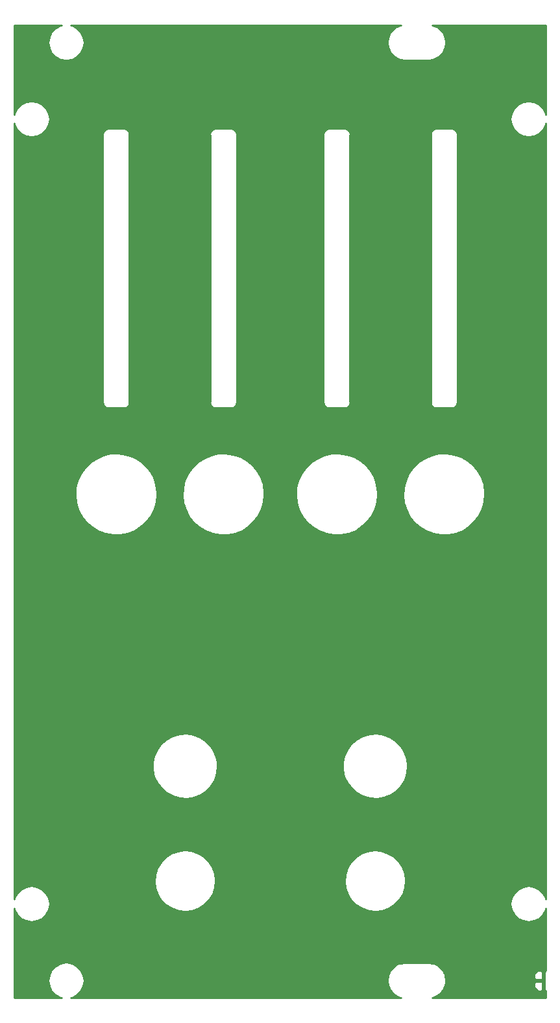
<source format=gbr>
G04 #@! TF.GenerationSoftware,KiCad,Pcbnew,(5.0.2-5-10.14)*
G04 #@! TF.CreationDate,2019-06-16T16:00:31-04:00*
G04 #@! TF.ProjectId,panel,70616e65-6c2e-46b6-9963-61645f706362,rev?*
G04 #@! TF.SameCoordinates,Original*
G04 #@! TF.FileFunction,Copper,L2,Bot*
G04 #@! TF.FilePolarity,Positive*
%FSLAX46Y46*%
G04 Gerber Fmt 4.6, Leading zero omitted, Abs format (unit mm)*
G04 Created by KiCad (PCBNEW (5.0.2-5-10.14)) date Sunday, June 16, 2019 at 04:00:31 PM*
%MOMM*%
%LPD*%
G01*
G04 APERTURE LIST*
G04 #@! TA.AperFunction,Conductor*
%ADD10C,0.254000*%
G04 #@! TD*
G04 APERTURE END LIST*
D10*
G04 #@! TO.N,GND*
G36*
X26022265Y-20510261D02*
X25365765Y-20844764D01*
X24844764Y-21365765D01*
X24510261Y-22022265D01*
X24394999Y-22750000D01*
X24510261Y-23477735D01*
X24844764Y-24134235D01*
X25365765Y-24655236D01*
X26022265Y-24989739D01*
X26750000Y-25105001D01*
X27477735Y-24989739D01*
X28134235Y-24655236D01*
X28655236Y-24134235D01*
X28989739Y-23477735D01*
X29105001Y-22750000D01*
X28989739Y-22022265D01*
X28655236Y-21365765D01*
X28134235Y-20844764D01*
X27477735Y-20510261D01*
X27318243Y-20485000D01*
X70470193Y-20485000D01*
X70360593Y-20502359D01*
X70141890Y-20573420D01*
X69695861Y-20800683D01*
X69509821Y-20935849D01*
X69155853Y-21289818D01*
X69155849Y-21289821D01*
X69077562Y-21397573D01*
X69020683Y-21475860D01*
X69020683Y-21475861D01*
X68793420Y-21921890D01*
X68722359Y-22140593D01*
X68644049Y-22635020D01*
X68644049Y-22864980D01*
X68722359Y-23359405D01*
X68722359Y-23359407D01*
X68793420Y-23578110D01*
X69020682Y-24024137D01*
X69020683Y-24024140D01*
X69077562Y-24102427D01*
X69155849Y-24210179D01*
X69155853Y-24210182D01*
X69509820Y-24564150D01*
X69509821Y-24564151D01*
X69695861Y-24699317D01*
X70141890Y-24926580D01*
X70360593Y-24997641D01*
X70840786Y-25073696D01*
X70897612Y-25085000D01*
X74042388Y-25085000D01*
X74099214Y-25073696D01*
X74579407Y-24997641D01*
X74798110Y-24926580D01*
X75244137Y-24699318D01*
X75244140Y-24699317D01*
X75330210Y-24636783D01*
X75430179Y-24564151D01*
X75430182Y-24564147D01*
X75784151Y-24210179D01*
X75919317Y-24024139D01*
X76146580Y-23578110D01*
X76217641Y-23359407D01*
X76217641Y-23359405D01*
X76295951Y-22864980D01*
X76295951Y-22635020D01*
X76217641Y-22140593D01*
X76146580Y-21921890D01*
X75919317Y-21475861D01*
X75784151Y-21289821D01*
X75784150Y-21289820D01*
X75430182Y-20935853D01*
X75430179Y-20935849D01*
X75322427Y-20857562D01*
X75244140Y-20800683D01*
X75244137Y-20800682D01*
X74798110Y-20573420D01*
X74579407Y-20502359D01*
X74469807Y-20485000D01*
X89315000Y-20485000D01*
X89315000Y-32181763D01*
X89289738Y-32022265D01*
X88955235Y-31365766D01*
X88434234Y-30844765D01*
X87777735Y-30510262D01*
X87050000Y-30395000D01*
X86322265Y-30510262D01*
X85665766Y-30844765D01*
X85144765Y-31365766D01*
X84810262Y-32022265D01*
X84695000Y-32750000D01*
X84810262Y-33477735D01*
X85144765Y-34134234D01*
X85665766Y-34655235D01*
X86322265Y-34989738D01*
X87050000Y-35105000D01*
X87777735Y-34989738D01*
X88434234Y-34655235D01*
X88955235Y-34134234D01*
X89289738Y-33477735D01*
X89315000Y-33318237D01*
X89315001Y-134681768D01*
X89289738Y-134522265D01*
X88955235Y-133865766D01*
X88434234Y-133344765D01*
X87777735Y-133010262D01*
X87050000Y-132895000D01*
X86322265Y-133010262D01*
X85665766Y-133344765D01*
X85144765Y-133865766D01*
X84810262Y-134522265D01*
X84695000Y-135250000D01*
X84810262Y-135977735D01*
X85144765Y-136634234D01*
X85665766Y-137155235D01*
X86322265Y-137489738D01*
X87050000Y-137605000D01*
X87777735Y-137489738D01*
X88434234Y-137155235D01*
X88955235Y-136634234D01*
X89289738Y-135977735D01*
X89315001Y-135818231D01*
X89315001Y-143980749D01*
X89172000Y-144123750D01*
X89172000Y-145173000D01*
X89192000Y-145173000D01*
X89192000Y-145427000D01*
X89172000Y-145427000D01*
X89172000Y-146476250D01*
X89315001Y-146619251D01*
X89315001Y-147515000D01*
X74469807Y-147515000D01*
X74579407Y-147497641D01*
X74798110Y-147426580D01*
X75244137Y-147199318D01*
X75244140Y-147199317D01*
X75330210Y-147136783D01*
X75430179Y-147064151D01*
X75430182Y-147064147D01*
X75784151Y-146710179D01*
X75919317Y-146524139D01*
X76146580Y-146078110D01*
X76217641Y-145859407D01*
X76217641Y-145859405D01*
X76260984Y-145585750D01*
X87835000Y-145585750D01*
X87835000Y-146126310D01*
X87931673Y-146359699D01*
X88110302Y-146538327D01*
X88343691Y-146635000D01*
X88759250Y-146635000D01*
X88918000Y-146476250D01*
X88918000Y-145427000D01*
X87993750Y-145427000D01*
X87835000Y-145585750D01*
X76260984Y-145585750D01*
X76295951Y-145364980D01*
X76295951Y-145135020D01*
X76217641Y-144640593D01*
X76163411Y-144473690D01*
X87835000Y-144473690D01*
X87835000Y-145014250D01*
X87993750Y-145173000D01*
X88918000Y-145173000D01*
X88918000Y-144123750D01*
X88759250Y-143965000D01*
X88343691Y-143965000D01*
X88110302Y-144061673D01*
X87931673Y-144240301D01*
X87835000Y-144473690D01*
X76163411Y-144473690D01*
X76146580Y-144421890D01*
X75919317Y-143975861D01*
X75784151Y-143789821D01*
X75784150Y-143789820D01*
X75430182Y-143435853D01*
X75430179Y-143435849D01*
X75322427Y-143357562D01*
X75244140Y-143300683D01*
X75244137Y-143300682D01*
X74798110Y-143073420D01*
X74579407Y-143002359D01*
X74099214Y-142926304D01*
X74042388Y-142915000D01*
X70897612Y-142915000D01*
X70840786Y-142926304D01*
X70360593Y-143002359D01*
X70141890Y-143073420D01*
X69695861Y-143300683D01*
X69509821Y-143435849D01*
X69155853Y-143789818D01*
X69155849Y-143789821D01*
X69077562Y-143897573D01*
X69020683Y-143975860D01*
X69020683Y-143975861D01*
X68793420Y-144421890D01*
X68722359Y-144640593D01*
X68644049Y-145135020D01*
X68644049Y-145364980D01*
X68722359Y-145859405D01*
X68722359Y-145859407D01*
X68793420Y-146078110D01*
X69020682Y-146524137D01*
X69020683Y-146524140D01*
X69060634Y-146579127D01*
X69155849Y-146710179D01*
X69155853Y-146710182D01*
X69509820Y-147064150D01*
X69509821Y-147064151D01*
X69695861Y-147199317D01*
X70141890Y-147426580D01*
X70360593Y-147497641D01*
X70470193Y-147515000D01*
X27318243Y-147515000D01*
X27477735Y-147489739D01*
X28134235Y-147155236D01*
X28655236Y-146634235D01*
X28989739Y-145977735D01*
X29105001Y-145250000D01*
X28989739Y-144522265D01*
X28655236Y-143865765D01*
X28134235Y-143344764D01*
X27477735Y-143010261D01*
X26750000Y-142894999D01*
X26022265Y-143010261D01*
X25365765Y-143344764D01*
X24844764Y-143865765D01*
X24510261Y-144522265D01*
X24394999Y-145250000D01*
X24510261Y-145977735D01*
X24844764Y-146634235D01*
X25365765Y-147155236D01*
X26022265Y-147489739D01*
X26181757Y-147515000D01*
X19985000Y-147515000D01*
X19985000Y-135818237D01*
X20010262Y-135977735D01*
X20344765Y-136634234D01*
X20865766Y-137155235D01*
X21522265Y-137489738D01*
X22250000Y-137605000D01*
X22977735Y-137489738D01*
X23634234Y-137155235D01*
X24155235Y-136634234D01*
X24489738Y-135977735D01*
X24605000Y-135250000D01*
X24489738Y-134522265D01*
X24155235Y-133865766D01*
X23634234Y-133344765D01*
X22977735Y-133010262D01*
X22250000Y-132895000D01*
X21522265Y-133010262D01*
X20865766Y-133344765D01*
X20344765Y-133865766D01*
X20010262Y-134522265D01*
X19985000Y-134681763D01*
X19985000Y-132305919D01*
X38245390Y-132305919D01*
X38357296Y-133191744D01*
X38662674Y-134030764D01*
X39146347Y-134781277D01*
X39784276Y-135405983D01*
X40544754Y-135873832D01*
X41389985Y-136161572D01*
X42277960Y-136254902D01*
X43164545Y-136149184D01*
X44005676Y-135849670D01*
X44759548Y-135371249D01*
X45388692Y-134737697D01*
X45861839Y-133980503D01*
X46155473Y-133137302D01*
X46248727Y-132305919D01*
X63045390Y-132305919D01*
X63157296Y-133191744D01*
X63462674Y-134030764D01*
X63946347Y-134781277D01*
X64584276Y-135405983D01*
X65344754Y-135873832D01*
X66189985Y-136161572D01*
X67077960Y-136254902D01*
X67964545Y-136149184D01*
X68805676Y-135849670D01*
X69559548Y-135371249D01*
X70188692Y-134737697D01*
X70661839Y-133980503D01*
X70955473Y-133137302D01*
X71055000Y-132250000D01*
X71053439Y-132138174D01*
X70929176Y-131253997D01*
X70612113Y-130419323D01*
X70118008Y-129675636D01*
X69471419Y-129059898D01*
X68704483Y-128602712D01*
X67855317Y-128326801D01*
X66966126Y-128245878D01*
X66081103Y-128363966D01*
X65244235Y-128675194D01*
X64497117Y-129164094D01*
X63876880Y-129806369D01*
X63414351Y-130570094D01*
X63132519Y-131417314D01*
X63045390Y-132305919D01*
X46248727Y-132305919D01*
X46255000Y-132250000D01*
X46253439Y-132138174D01*
X46129176Y-131253997D01*
X45812113Y-130419323D01*
X45318008Y-129675636D01*
X44671419Y-129059898D01*
X43904483Y-128602712D01*
X43055317Y-128326801D01*
X42166126Y-128245878D01*
X41281103Y-128363966D01*
X40444235Y-128675194D01*
X39697117Y-129164094D01*
X39076880Y-129806369D01*
X38614351Y-130570094D01*
X38332519Y-131417314D01*
X38245390Y-132305919D01*
X19985000Y-132305919D01*
X19985000Y-116805231D01*
X38018309Y-116805231D01*
X38021518Y-117724300D01*
X38222007Y-118621241D01*
X38610425Y-119454205D01*
X39168649Y-120184331D01*
X39870634Y-120777555D01*
X40683630Y-121206199D01*
X41569706Y-121450265D01*
X42487521Y-121498365D01*
X43394254Y-121348257D01*
X44247601Y-121006942D01*
X45007750Y-120490345D01*
X45639235Y-119822569D01*
X46112593Y-119034769D01*
X46405741Y-118163699D01*
X46505000Y-117250000D01*
X46504896Y-117220295D01*
X46456872Y-116805231D01*
X62818309Y-116805231D01*
X62821518Y-117724300D01*
X63022007Y-118621241D01*
X63410425Y-119454205D01*
X63968649Y-120184331D01*
X64670634Y-120777555D01*
X65483630Y-121206199D01*
X66369706Y-121450265D01*
X67287521Y-121498365D01*
X68194254Y-121348257D01*
X69047601Y-121006942D01*
X69807750Y-120490345D01*
X70439235Y-119822569D01*
X70912593Y-119034769D01*
X71205741Y-118163699D01*
X71305000Y-117250000D01*
X71304896Y-117220295D01*
X71199261Y-116307311D01*
X70900039Y-115438309D01*
X70421192Y-114653832D01*
X69785061Y-113990481D01*
X69021325Y-113479204D01*
X68165615Y-113143855D01*
X67257856Y-113000080D01*
X66340399Y-113054587D01*
X65456049Y-113304833D01*
X64646065Y-113739142D01*
X63948238Y-114337252D01*
X63395126Y-115071258D01*
X63012533Y-115906913D01*
X62818309Y-116805231D01*
X46456872Y-116805231D01*
X46399261Y-116307311D01*
X46100039Y-115438309D01*
X45621192Y-114653832D01*
X44985061Y-113990481D01*
X44221325Y-113479204D01*
X43365615Y-113143855D01*
X42457856Y-113000080D01*
X41540399Y-113054587D01*
X40656049Y-113304833D01*
X39846065Y-113739142D01*
X39148238Y-114337252D01*
X38595126Y-115071258D01*
X38212533Y-115906913D01*
X38018309Y-116805231D01*
X19985000Y-116805231D01*
X19985000Y-81890178D01*
X27896835Y-81890178D01*
X28012020Y-82863367D01*
X28302625Y-83799270D01*
X28758919Y-84666542D01*
X29365620Y-85436139D01*
X30102410Y-86082286D01*
X30944613Y-86583344D01*
X31864024Y-86922533D01*
X32829852Y-87088492D01*
X33809750Y-87075665D01*
X34770902Y-86884480D01*
X35681119Y-86521340D01*
X36509917Y-85998407D01*
X37229541Y-85333194D01*
X37815888Y-84547980D01*
X38249323Y-83669060D01*
X38515330Y-82725871D01*
X38592119Y-81890178D01*
X41896835Y-81890178D01*
X42012020Y-82863367D01*
X42302625Y-83799270D01*
X42758919Y-84666542D01*
X43365620Y-85436139D01*
X44102410Y-86082286D01*
X44944613Y-86583344D01*
X45864024Y-86922533D01*
X46829852Y-87088492D01*
X47809750Y-87075665D01*
X48770902Y-86884480D01*
X49681119Y-86521340D01*
X50509917Y-85998407D01*
X51229541Y-85333194D01*
X51815888Y-84547980D01*
X52249323Y-83669060D01*
X52515330Y-82725871D01*
X52592119Y-81890178D01*
X56696834Y-81890178D01*
X56812019Y-82863367D01*
X57102624Y-83799270D01*
X57558918Y-84666543D01*
X58165620Y-85436139D01*
X58902409Y-86082287D01*
X59744613Y-86583345D01*
X60664024Y-86922534D01*
X61629851Y-87088493D01*
X62609750Y-87075666D01*
X63570902Y-86884481D01*
X64481120Y-86521341D01*
X65309918Y-85998408D01*
X66029541Y-85333195D01*
X66615889Y-84547980D01*
X67049324Y-83669061D01*
X67315331Y-82725871D01*
X67392120Y-81890178D01*
X70696834Y-81890178D01*
X70812019Y-82863367D01*
X71102624Y-83799270D01*
X71558918Y-84666543D01*
X72165620Y-85436139D01*
X72902409Y-86082287D01*
X73744613Y-86583345D01*
X74664024Y-86922534D01*
X75629851Y-87088493D01*
X76609750Y-87075666D01*
X77570902Y-86884481D01*
X78481120Y-86521341D01*
X79309918Y-85998408D01*
X80029541Y-85333195D01*
X80615889Y-84547980D01*
X81049324Y-83669061D01*
X81315331Y-82725871D01*
X81405001Y-81750000D01*
X81397662Y-81469741D01*
X81257042Y-80499900D01*
X80942037Y-79571925D01*
X80463197Y-78716894D01*
X79836558Y-77963442D01*
X79083106Y-77336803D01*
X78228075Y-76857963D01*
X77300100Y-76542958D01*
X76330259Y-76402338D01*
X75351032Y-76440812D01*
X74395214Y-76657091D01*
X73494814Y-77043933D01*
X72679989Y-77588383D01*
X71978025Y-78272205D01*
X71412433Y-79072500D01*
X71002154Y-79962464D01*
X70760928Y-80912293D01*
X70696834Y-81890178D01*
X67392120Y-81890178D01*
X67405001Y-81750000D01*
X67397662Y-81469741D01*
X67257042Y-80499900D01*
X66942037Y-79571925D01*
X66463197Y-78716894D01*
X65836558Y-77963442D01*
X65083106Y-77336803D01*
X64228075Y-76857963D01*
X63300100Y-76542958D01*
X62330259Y-76402338D01*
X61351032Y-76440812D01*
X60395214Y-76657091D01*
X59494814Y-77043933D01*
X58679989Y-77588383D01*
X57978025Y-78272205D01*
X57412433Y-79072500D01*
X57002154Y-79962464D01*
X56760928Y-80912293D01*
X56696834Y-81890178D01*
X52592119Y-81890178D01*
X52605000Y-81750000D01*
X52597661Y-81469741D01*
X52457041Y-80499900D01*
X52142036Y-79571925D01*
X51663196Y-78716895D01*
X51036557Y-77963443D01*
X50283105Y-77336804D01*
X49428075Y-76857964D01*
X48500100Y-76542959D01*
X47530259Y-76402339D01*
X46551032Y-76440813D01*
X45595214Y-76657092D01*
X44694815Y-77043934D01*
X43879989Y-77588383D01*
X43178026Y-78272206D01*
X42612434Y-79072500D01*
X42202155Y-79962464D01*
X41960929Y-80912293D01*
X41896835Y-81890178D01*
X38592119Y-81890178D01*
X38605000Y-81750000D01*
X38597661Y-81469741D01*
X38457041Y-80499900D01*
X38142036Y-79571925D01*
X37663196Y-78716895D01*
X37036557Y-77963443D01*
X36283105Y-77336804D01*
X35428075Y-76857964D01*
X34500100Y-76542959D01*
X33530259Y-76402339D01*
X32551032Y-76440813D01*
X31595214Y-76657092D01*
X30694815Y-77043934D01*
X29879989Y-77588383D01*
X29178026Y-78272206D01*
X28612434Y-79072500D01*
X28202155Y-79962464D01*
X27960929Y-80912293D01*
X27896835Y-81890178D01*
X19985000Y-81890178D01*
X19985000Y-33318237D01*
X20010262Y-33477735D01*
X20344765Y-34134234D01*
X20865766Y-34655235D01*
X21522265Y-34989738D01*
X22250000Y-35105000D01*
X22977735Y-34989738D01*
X23448247Y-34750000D01*
X31500601Y-34750000D01*
X31515000Y-34822388D01*
X31515001Y-69677607D01*
X31500601Y-69750000D01*
X31557646Y-70036783D01*
X31720095Y-70279905D01*
X31963217Y-70442354D01*
X32177612Y-70485000D01*
X32250000Y-70499399D01*
X32322388Y-70485000D01*
X34177612Y-70485000D01*
X34250000Y-70499399D01*
X34322388Y-70485000D01*
X34536783Y-70442354D01*
X34779905Y-70279905D01*
X34942354Y-70036783D01*
X34999399Y-69750000D01*
X34985000Y-69677612D01*
X34985000Y-34822388D01*
X34999399Y-34750000D01*
X45500601Y-34750000D01*
X45515000Y-34822388D01*
X45515001Y-69677607D01*
X45500601Y-69750000D01*
X45557646Y-70036783D01*
X45720095Y-70279905D01*
X45963217Y-70442354D01*
X46177612Y-70485000D01*
X46250000Y-70499399D01*
X46322388Y-70485000D01*
X48177612Y-70485000D01*
X48250000Y-70499399D01*
X48322388Y-70485000D01*
X48536783Y-70442354D01*
X48779905Y-70279905D01*
X48942354Y-70036783D01*
X48999399Y-69750000D01*
X48985000Y-69677612D01*
X48985000Y-34822388D01*
X48999399Y-34750000D01*
X60300601Y-34750000D01*
X60315001Y-34822393D01*
X60315000Y-69677612D01*
X60300601Y-69750000D01*
X60357646Y-70036783D01*
X60520095Y-70279905D01*
X60763217Y-70442354D01*
X61050000Y-70499399D01*
X61122388Y-70485000D01*
X62977612Y-70485000D01*
X63050000Y-70499399D01*
X63122388Y-70485000D01*
X63336783Y-70442354D01*
X63579905Y-70279905D01*
X63742354Y-70036783D01*
X63799399Y-69750000D01*
X63785000Y-69677612D01*
X63785000Y-34822388D01*
X63799399Y-34750000D01*
X74300601Y-34750000D01*
X74315001Y-34822393D01*
X74315000Y-69677612D01*
X74300601Y-69750000D01*
X74357646Y-70036783D01*
X74520095Y-70279905D01*
X74763217Y-70442354D01*
X75050000Y-70499399D01*
X75122388Y-70485000D01*
X76977612Y-70485000D01*
X77050000Y-70499399D01*
X77122388Y-70485000D01*
X77336783Y-70442354D01*
X77579905Y-70279905D01*
X77742354Y-70036783D01*
X77799399Y-69750000D01*
X77785000Y-69677612D01*
X77785000Y-34822388D01*
X77799399Y-34750000D01*
X77742354Y-34463217D01*
X77579905Y-34220095D01*
X77336783Y-34057646D01*
X77122388Y-34015000D01*
X77050000Y-34000601D01*
X76977612Y-34015000D01*
X75122388Y-34015000D01*
X75050000Y-34000601D01*
X74977612Y-34015000D01*
X74763217Y-34057646D01*
X74520095Y-34220095D01*
X74357646Y-34463217D01*
X74300601Y-34750000D01*
X63799399Y-34750000D01*
X63742354Y-34463217D01*
X63579905Y-34220095D01*
X63336783Y-34057646D01*
X63122388Y-34015000D01*
X63050000Y-34000601D01*
X62977612Y-34015000D01*
X61122388Y-34015000D01*
X61050000Y-34000601D01*
X60977612Y-34015000D01*
X60763217Y-34057646D01*
X60520095Y-34220095D01*
X60357646Y-34463217D01*
X60300601Y-34750000D01*
X48999399Y-34750000D01*
X48942354Y-34463217D01*
X48779905Y-34220095D01*
X48536783Y-34057646D01*
X48322388Y-34015000D01*
X48250000Y-34000601D01*
X48177612Y-34015000D01*
X46322388Y-34015000D01*
X46250000Y-34000601D01*
X46177612Y-34015000D01*
X45963217Y-34057646D01*
X45720095Y-34220095D01*
X45557646Y-34463217D01*
X45500601Y-34750000D01*
X34999399Y-34750000D01*
X34942354Y-34463217D01*
X34779905Y-34220095D01*
X34536783Y-34057646D01*
X34322388Y-34015000D01*
X34250000Y-34000601D01*
X34177612Y-34015000D01*
X32322388Y-34015000D01*
X32250000Y-34000601D01*
X32177612Y-34015000D01*
X31963217Y-34057646D01*
X31720095Y-34220095D01*
X31557646Y-34463217D01*
X31500601Y-34750000D01*
X23448247Y-34750000D01*
X23634234Y-34655235D01*
X24155235Y-34134234D01*
X24489738Y-33477735D01*
X24605000Y-32750000D01*
X24489738Y-32022265D01*
X24155235Y-31365766D01*
X23634234Y-30844765D01*
X22977735Y-30510262D01*
X22250000Y-30395000D01*
X21522265Y-30510262D01*
X20865766Y-30844765D01*
X20344765Y-31365766D01*
X20010262Y-32022265D01*
X19985000Y-32181763D01*
X19985000Y-20485000D01*
X26181757Y-20485000D01*
X26022265Y-20510261D01*
X26022265Y-20510261D01*
G37*
X26022265Y-20510261D02*
X25365765Y-20844764D01*
X24844764Y-21365765D01*
X24510261Y-22022265D01*
X24394999Y-22750000D01*
X24510261Y-23477735D01*
X24844764Y-24134235D01*
X25365765Y-24655236D01*
X26022265Y-24989739D01*
X26750000Y-25105001D01*
X27477735Y-24989739D01*
X28134235Y-24655236D01*
X28655236Y-24134235D01*
X28989739Y-23477735D01*
X29105001Y-22750000D01*
X28989739Y-22022265D01*
X28655236Y-21365765D01*
X28134235Y-20844764D01*
X27477735Y-20510261D01*
X27318243Y-20485000D01*
X70470193Y-20485000D01*
X70360593Y-20502359D01*
X70141890Y-20573420D01*
X69695861Y-20800683D01*
X69509821Y-20935849D01*
X69155853Y-21289818D01*
X69155849Y-21289821D01*
X69077562Y-21397573D01*
X69020683Y-21475860D01*
X69020683Y-21475861D01*
X68793420Y-21921890D01*
X68722359Y-22140593D01*
X68644049Y-22635020D01*
X68644049Y-22864980D01*
X68722359Y-23359405D01*
X68722359Y-23359407D01*
X68793420Y-23578110D01*
X69020682Y-24024137D01*
X69020683Y-24024140D01*
X69077562Y-24102427D01*
X69155849Y-24210179D01*
X69155853Y-24210182D01*
X69509820Y-24564150D01*
X69509821Y-24564151D01*
X69695861Y-24699317D01*
X70141890Y-24926580D01*
X70360593Y-24997641D01*
X70840786Y-25073696D01*
X70897612Y-25085000D01*
X74042388Y-25085000D01*
X74099214Y-25073696D01*
X74579407Y-24997641D01*
X74798110Y-24926580D01*
X75244137Y-24699318D01*
X75244140Y-24699317D01*
X75330210Y-24636783D01*
X75430179Y-24564151D01*
X75430182Y-24564147D01*
X75784151Y-24210179D01*
X75919317Y-24024139D01*
X76146580Y-23578110D01*
X76217641Y-23359407D01*
X76217641Y-23359405D01*
X76295951Y-22864980D01*
X76295951Y-22635020D01*
X76217641Y-22140593D01*
X76146580Y-21921890D01*
X75919317Y-21475861D01*
X75784151Y-21289821D01*
X75784150Y-21289820D01*
X75430182Y-20935853D01*
X75430179Y-20935849D01*
X75322427Y-20857562D01*
X75244140Y-20800683D01*
X75244137Y-20800682D01*
X74798110Y-20573420D01*
X74579407Y-20502359D01*
X74469807Y-20485000D01*
X89315000Y-20485000D01*
X89315000Y-32181763D01*
X89289738Y-32022265D01*
X88955235Y-31365766D01*
X88434234Y-30844765D01*
X87777735Y-30510262D01*
X87050000Y-30395000D01*
X86322265Y-30510262D01*
X85665766Y-30844765D01*
X85144765Y-31365766D01*
X84810262Y-32022265D01*
X84695000Y-32750000D01*
X84810262Y-33477735D01*
X85144765Y-34134234D01*
X85665766Y-34655235D01*
X86322265Y-34989738D01*
X87050000Y-35105000D01*
X87777735Y-34989738D01*
X88434234Y-34655235D01*
X88955235Y-34134234D01*
X89289738Y-33477735D01*
X89315000Y-33318237D01*
X89315001Y-134681768D01*
X89289738Y-134522265D01*
X88955235Y-133865766D01*
X88434234Y-133344765D01*
X87777735Y-133010262D01*
X87050000Y-132895000D01*
X86322265Y-133010262D01*
X85665766Y-133344765D01*
X85144765Y-133865766D01*
X84810262Y-134522265D01*
X84695000Y-135250000D01*
X84810262Y-135977735D01*
X85144765Y-136634234D01*
X85665766Y-137155235D01*
X86322265Y-137489738D01*
X87050000Y-137605000D01*
X87777735Y-137489738D01*
X88434234Y-137155235D01*
X88955235Y-136634234D01*
X89289738Y-135977735D01*
X89315001Y-135818231D01*
X89315001Y-143980749D01*
X89172000Y-144123750D01*
X89172000Y-145173000D01*
X89192000Y-145173000D01*
X89192000Y-145427000D01*
X89172000Y-145427000D01*
X89172000Y-146476250D01*
X89315001Y-146619251D01*
X89315001Y-147515000D01*
X74469807Y-147515000D01*
X74579407Y-147497641D01*
X74798110Y-147426580D01*
X75244137Y-147199318D01*
X75244140Y-147199317D01*
X75330210Y-147136783D01*
X75430179Y-147064151D01*
X75430182Y-147064147D01*
X75784151Y-146710179D01*
X75919317Y-146524139D01*
X76146580Y-146078110D01*
X76217641Y-145859407D01*
X76217641Y-145859405D01*
X76260984Y-145585750D01*
X87835000Y-145585750D01*
X87835000Y-146126310D01*
X87931673Y-146359699D01*
X88110302Y-146538327D01*
X88343691Y-146635000D01*
X88759250Y-146635000D01*
X88918000Y-146476250D01*
X88918000Y-145427000D01*
X87993750Y-145427000D01*
X87835000Y-145585750D01*
X76260984Y-145585750D01*
X76295951Y-145364980D01*
X76295951Y-145135020D01*
X76217641Y-144640593D01*
X76163411Y-144473690D01*
X87835000Y-144473690D01*
X87835000Y-145014250D01*
X87993750Y-145173000D01*
X88918000Y-145173000D01*
X88918000Y-144123750D01*
X88759250Y-143965000D01*
X88343691Y-143965000D01*
X88110302Y-144061673D01*
X87931673Y-144240301D01*
X87835000Y-144473690D01*
X76163411Y-144473690D01*
X76146580Y-144421890D01*
X75919317Y-143975861D01*
X75784151Y-143789821D01*
X75784150Y-143789820D01*
X75430182Y-143435853D01*
X75430179Y-143435849D01*
X75322427Y-143357562D01*
X75244140Y-143300683D01*
X75244137Y-143300682D01*
X74798110Y-143073420D01*
X74579407Y-143002359D01*
X74099214Y-142926304D01*
X74042388Y-142915000D01*
X70897612Y-142915000D01*
X70840786Y-142926304D01*
X70360593Y-143002359D01*
X70141890Y-143073420D01*
X69695861Y-143300683D01*
X69509821Y-143435849D01*
X69155853Y-143789818D01*
X69155849Y-143789821D01*
X69077562Y-143897573D01*
X69020683Y-143975860D01*
X69020683Y-143975861D01*
X68793420Y-144421890D01*
X68722359Y-144640593D01*
X68644049Y-145135020D01*
X68644049Y-145364980D01*
X68722359Y-145859405D01*
X68722359Y-145859407D01*
X68793420Y-146078110D01*
X69020682Y-146524137D01*
X69020683Y-146524140D01*
X69060634Y-146579127D01*
X69155849Y-146710179D01*
X69155853Y-146710182D01*
X69509820Y-147064150D01*
X69509821Y-147064151D01*
X69695861Y-147199317D01*
X70141890Y-147426580D01*
X70360593Y-147497641D01*
X70470193Y-147515000D01*
X27318243Y-147515000D01*
X27477735Y-147489739D01*
X28134235Y-147155236D01*
X28655236Y-146634235D01*
X28989739Y-145977735D01*
X29105001Y-145250000D01*
X28989739Y-144522265D01*
X28655236Y-143865765D01*
X28134235Y-143344764D01*
X27477735Y-143010261D01*
X26750000Y-142894999D01*
X26022265Y-143010261D01*
X25365765Y-143344764D01*
X24844764Y-143865765D01*
X24510261Y-144522265D01*
X24394999Y-145250000D01*
X24510261Y-145977735D01*
X24844764Y-146634235D01*
X25365765Y-147155236D01*
X26022265Y-147489739D01*
X26181757Y-147515000D01*
X19985000Y-147515000D01*
X19985000Y-135818237D01*
X20010262Y-135977735D01*
X20344765Y-136634234D01*
X20865766Y-137155235D01*
X21522265Y-137489738D01*
X22250000Y-137605000D01*
X22977735Y-137489738D01*
X23634234Y-137155235D01*
X24155235Y-136634234D01*
X24489738Y-135977735D01*
X24605000Y-135250000D01*
X24489738Y-134522265D01*
X24155235Y-133865766D01*
X23634234Y-133344765D01*
X22977735Y-133010262D01*
X22250000Y-132895000D01*
X21522265Y-133010262D01*
X20865766Y-133344765D01*
X20344765Y-133865766D01*
X20010262Y-134522265D01*
X19985000Y-134681763D01*
X19985000Y-132305919D01*
X38245390Y-132305919D01*
X38357296Y-133191744D01*
X38662674Y-134030764D01*
X39146347Y-134781277D01*
X39784276Y-135405983D01*
X40544754Y-135873832D01*
X41389985Y-136161572D01*
X42277960Y-136254902D01*
X43164545Y-136149184D01*
X44005676Y-135849670D01*
X44759548Y-135371249D01*
X45388692Y-134737697D01*
X45861839Y-133980503D01*
X46155473Y-133137302D01*
X46248727Y-132305919D01*
X63045390Y-132305919D01*
X63157296Y-133191744D01*
X63462674Y-134030764D01*
X63946347Y-134781277D01*
X64584276Y-135405983D01*
X65344754Y-135873832D01*
X66189985Y-136161572D01*
X67077960Y-136254902D01*
X67964545Y-136149184D01*
X68805676Y-135849670D01*
X69559548Y-135371249D01*
X70188692Y-134737697D01*
X70661839Y-133980503D01*
X70955473Y-133137302D01*
X71055000Y-132250000D01*
X71053439Y-132138174D01*
X70929176Y-131253997D01*
X70612113Y-130419323D01*
X70118008Y-129675636D01*
X69471419Y-129059898D01*
X68704483Y-128602712D01*
X67855317Y-128326801D01*
X66966126Y-128245878D01*
X66081103Y-128363966D01*
X65244235Y-128675194D01*
X64497117Y-129164094D01*
X63876880Y-129806369D01*
X63414351Y-130570094D01*
X63132519Y-131417314D01*
X63045390Y-132305919D01*
X46248727Y-132305919D01*
X46255000Y-132250000D01*
X46253439Y-132138174D01*
X46129176Y-131253997D01*
X45812113Y-130419323D01*
X45318008Y-129675636D01*
X44671419Y-129059898D01*
X43904483Y-128602712D01*
X43055317Y-128326801D01*
X42166126Y-128245878D01*
X41281103Y-128363966D01*
X40444235Y-128675194D01*
X39697117Y-129164094D01*
X39076880Y-129806369D01*
X38614351Y-130570094D01*
X38332519Y-131417314D01*
X38245390Y-132305919D01*
X19985000Y-132305919D01*
X19985000Y-116805231D01*
X38018309Y-116805231D01*
X38021518Y-117724300D01*
X38222007Y-118621241D01*
X38610425Y-119454205D01*
X39168649Y-120184331D01*
X39870634Y-120777555D01*
X40683630Y-121206199D01*
X41569706Y-121450265D01*
X42487521Y-121498365D01*
X43394254Y-121348257D01*
X44247601Y-121006942D01*
X45007750Y-120490345D01*
X45639235Y-119822569D01*
X46112593Y-119034769D01*
X46405741Y-118163699D01*
X46505000Y-117250000D01*
X46504896Y-117220295D01*
X46456872Y-116805231D01*
X62818309Y-116805231D01*
X62821518Y-117724300D01*
X63022007Y-118621241D01*
X63410425Y-119454205D01*
X63968649Y-120184331D01*
X64670634Y-120777555D01*
X65483630Y-121206199D01*
X66369706Y-121450265D01*
X67287521Y-121498365D01*
X68194254Y-121348257D01*
X69047601Y-121006942D01*
X69807750Y-120490345D01*
X70439235Y-119822569D01*
X70912593Y-119034769D01*
X71205741Y-118163699D01*
X71305000Y-117250000D01*
X71304896Y-117220295D01*
X71199261Y-116307311D01*
X70900039Y-115438309D01*
X70421192Y-114653832D01*
X69785061Y-113990481D01*
X69021325Y-113479204D01*
X68165615Y-113143855D01*
X67257856Y-113000080D01*
X66340399Y-113054587D01*
X65456049Y-113304833D01*
X64646065Y-113739142D01*
X63948238Y-114337252D01*
X63395126Y-115071258D01*
X63012533Y-115906913D01*
X62818309Y-116805231D01*
X46456872Y-116805231D01*
X46399261Y-116307311D01*
X46100039Y-115438309D01*
X45621192Y-114653832D01*
X44985061Y-113990481D01*
X44221325Y-113479204D01*
X43365615Y-113143855D01*
X42457856Y-113000080D01*
X41540399Y-113054587D01*
X40656049Y-113304833D01*
X39846065Y-113739142D01*
X39148238Y-114337252D01*
X38595126Y-115071258D01*
X38212533Y-115906913D01*
X38018309Y-116805231D01*
X19985000Y-116805231D01*
X19985000Y-81890178D01*
X27896835Y-81890178D01*
X28012020Y-82863367D01*
X28302625Y-83799270D01*
X28758919Y-84666542D01*
X29365620Y-85436139D01*
X30102410Y-86082286D01*
X30944613Y-86583344D01*
X31864024Y-86922533D01*
X32829852Y-87088492D01*
X33809750Y-87075665D01*
X34770902Y-86884480D01*
X35681119Y-86521340D01*
X36509917Y-85998407D01*
X37229541Y-85333194D01*
X37815888Y-84547980D01*
X38249323Y-83669060D01*
X38515330Y-82725871D01*
X38592119Y-81890178D01*
X41896835Y-81890178D01*
X42012020Y-82863367D01*
X42302625Y-83799270D01*
X42758919Y-84666542D01*
X43365620Y-85436139D01*
X44102410Y-86082286D01*
X44944613Y-86583344D01*
X45864024Y-86922533D01*
X46829852Y-87088492D01*
X47809750Y-87075665D01*
X48770902Y-86884480D01*
X49681119Y-86521340D01*
X50509917Y-85998407D01*
X51229541Y-85333194D01*
X51815888Y-84547980D01*
X52249323Y-83669060D01*
X52515330Y-82725871D01*
X52592119Y-81890178D01*
X56696834Y-81890178D01*
X56812019Y-82863367D01*
X57102624Y-83799270D01*
X57558918Y-84666543D01*
X58165620Y-85436139D01*
X58902409Y-86082287D01*
X59744613Y-86583345D01*
X60664024Y-86922534D01*
X61629851Y-87088493D01*
X62609750Y-87075666D01*
X63570902Y-86884481D01*
X64481120Y-86521341D01*
X65309918Y-85998408D01*
X66029541Y-85333195D01*
X66615889Y-84547980D01*
X67049324Y-83669061D01*
X67315331Y-82725871D01*
X67392120Y-81890178D01*
X70696834Y-81890178D01*
X70812019Y-82863367D01*
X71102624Y-83799270D01*
X71558918Y-84666543D01*
X72165620Y-85436139D01*
X72902409Y-86082287D01*
X73744613Y-86583345D01*
X74664024Y-86922534D01*
X75629851Y-87088493D01*
X76609750Y-87075666D01*
X77570902Y-86884481D01*
X78481120Y-86521341D01*
X79309918Y-85998408D01*
X80029541Y-85333195D01*
X80615889Y-84547980D01*
X81049324Y-83669061D01*
X81315331Y-82725871D01*
X81405001Y-81750000D01*
X81397662Y-81469741D01*
X81257042Y-80499900D01*
X80942037Y-79571925D01*
X80463197Y-78716894D01*
X79836558Y-77963442D01*
X79083106Y-77336803D01*
X78228075Y-76857963D01*
X77300100Y-76542958D01*
X76330259Y-76402338D01*
X75351032Y-76440812D01*
X74395214Y-76657091D01*
X73494814Y-77043933D01*
X72679989Y-77588383D01*
X71978025Y-78272205D01*
X71412433Y-79072500D01*
X71002154Y-79962464D01*
X70760928Y-80912293D01*
X70696834Y-81890178D01*
X67392120Y-81890178D01*
X67405001Y-81750000D01*
X67397662Y-81469741D01*
X67257042Y-80499900D01*
X66942037Y-79571925D01*
X66463197Y-78716894D01*
X65836558Y-77963442D01*
X65083106Y-77336803D01*
X64228075Y-76857963D01*
X63300100Y-76542958D01*
X62330259Y-76402338D01*
X61351032Y-76440812D01*
X60395214Y-76657091D01*
X59494814Y-77043933D01*
X58679989Y-77588383D01*
X57978025Y-78272205D01*
X57412433Y-79072500D01*
X57002154Y-79962464D01*
X56760928Y-80912293D01*
X56696834Y-81890178D01*
X52592119Y-81890178D01*
X52605000Y-81750000D01*
X52597661Y-81469741D01*
X52457041Y-80499900D01*
X52142036Y-79571925D01*
X51663196Y-78716895D01*
X51036557Y-77963443D01*
X50283105Y-77336804D01*
X49428075Y-76857964D01*
X48500100Y-76542959D01*
X47530259Y-76402339D01*
X46551032Y-76440813D01*
X45595214Y-76657092D01*
X44694815Y-77043934D01*
X43879989Y-77588383D01*
X43178026Y-78272206D01*
X42612434Y-79072500D01*
X42202155Y-79962464D01*
X41960929Y-80912293D01*
X41896835Y-81890178D01*
X38592119Y-81890178D01*
X38605000Y-81750000D01*
X38597661Y-81469741D01*
X38457041Y-80499900D01*
X38142036Y-79571925D01*
X37663196Y-78716895D01*
X37036557Y-77963443D01*
X36283105Y-77336804D01*
X35428075Y-76857964D01*
X34500100Y-76542959D01*
X33530259Y-76402339D01*
X32551032Y-76440813D01*
X31595214Y-76657092D01*
X30694815Y-77043934D01*
X29879989Y-77588383D01*
X29178026Y-78272206D01*
X28612434Y-79072500D01*
X28202155Y-79962464D01*
X27960929Y-80912293D01*
X27896835Y-81890178D01*
X19985000Y-81890178D01*
X19985000Y-33318237D01*
X20010262Y-33477735D01*
X20344765Y-34134234D01*
X20865766Y-34655235D01*
X21522265Y-34989738D01*
X22250000Y-35105000D01*
X22977735Y-34989738D01*
X23448247Y-34750000D01*
X31500601Y-34750000D01*
X31515000Y-34822388D01*
X31515001Y-69677607D01*
X31500601Y-69750000D01*
X31557646Y-70036783D01*
X31720095Y-70279905D01*
X31963217Y-70442354D01*
X32177612Y-70485000D01*
X32250000Y-70499399D01*
X32322388Y-70485000D01*
X34177612Y-70485000D01*
X34250000Y-70499399D01*
X34322388Y-70485000D01*
X34536783Y-70442354D01*
X34779905Y-70279905D01*
X34942354Y-70036783D01*
X34999399Y-69750000D01*
X34985000Y-69677612D01*
X34985000Y-34822388D01*
X34999399Y-34750000D01*
X45500601Y-34750000D01*
X45515000Y-34822388D01*
X45515001Y-69677607D01*
X45500601Y-69750000D01*
X45557646Y-70036783D01*
X45720095Y-70279905D01*
X45963217Y-70442354D01*
X46177612Y-70485000D01*
X46250000Y-70499399D01*
X46322388Y-70485000D01*
X48177612Y-70485000D01*
X48250000Y-70499399D01*
X48322388Y-70485000D01*
X48536783Y-70442354D01*
X48779905Y-70279905D01*
X48942354Y-70036783D01*
X48999399Y-69750000D01*
X48985000Y-69677612D01*
X48985000Y-34822388D01*
X48999399Y-34750000D01*
X60300601Y-34750000D01*
X60315001Y-34822393D01*
X60315000Y-69677612D01*
X60300601Y-69750000D01*
X60357646Y-70036783D01*
X60520095Y-70279905D01*
X60763217Y-70442354D01*
X61050000Y-70499399D01*
X61122388Y-70485000D01*
X62977612Y-70485000D01*
X63050000Y-70499399D01*
X63122388Y-70485000D01*
X63336783Y-70442354D01*
X63579905Y-70279905D01*
X63742354Y-70036783D01*
X63799399Y-69750000D01*
X63785000Y-69677612D01*
X63785000Y-34822388D01*
X63799399Y-34750000D01*
X74300601Y-34750000D01*
X74315001Y-34822393D01*
X74315000Y-69677612D01*
X74300601Y-69750000D01*
X74357646Y-70036783D01*
X74520095Y-70279905D01*
X74763217Y-70442354D01*
X75050000Y-70499399D01*
X75122388Y-70485000D01*
X76977612Y-70485000D01*
X77050000Y-70499399D01*
X77122388Y-70485000D01*
X77336783Y-70442354D01*
X77579905Y-70279905D01*
X77742354Y-70036783D01*
X77799399Y-69750000D01*
X77785000Y-69677612D01*
X77785000Y-34822388D01*
X77799399Y-34750000D01*
X77742354Y-34463217D01*
X77579905Y-34220095D01*
X77336783Y-34057646D01*
X77122388Y-34015000D01*
X77050000Y-34000601D01*
X76977612Y-34015000D01*
X75122388Y-34015000D01*
X75050000Y-34000601D01*
X74977612Y-34015000D01*
X74763217Y-34057646D01*
X74520095Y-34220095D01*
X74357646Y-34463217D01*
X74300601Y-34750000D01*
X63799399Y-34750000D01*
X63742354Y-34463217D01*
X63579905Y-34220095D01*
X63336783Y-34057646D01*
X63122388Y-34015000D01*
X63050000Y-34000601D01*
X62977612Y-34015000D01*
X61122388Y-34015000D01*
X61050000Y-34000601D01*
X60977612Y-34015000D01*
X60763217Y-34057646D01*
X60520095Y-34220095D01*
X60357646Y-34463217D01*
X60300601Y-34750000D01*
X48999399Y-34750000D01*
X48942354Y-34463217D01*
X48779905Y-34220095D01*
X48536783Y-34057646D01*
X48322388Y-34015000D01*
X48250000Y-34000601D01*
X48177612Y-34015000D01*
X46322388Y-34015000D01*
X46250000Y-34000601D01*
X46177612Y-34015000D01*
X45963217Y-34057646D01*
X45720095Y-34220095D01*
X45557646Y-34463217D01*
X45500601Y-34750000D01*
X34999399Y-34750000D01*
X34942354Y-34463217D01*
X34779905Y-34220095D01*
X34536783Y-34057646D01*
X34322388Y-34015000D01*
X34250000Y-34000601D01*
X34177612Y-34015000D01*
X32322388Y-34015000D01*
X32250000Y-34000601D01*
X32177612Y-34015000D01*
X31963217Y-34057646D01*
X31720095Y-34220095D01*
X31557646Y-34463217D01*
X31500601Y-34750000D01*
X23448247Y-34750000D01*
X23634234Y-34655235D01*
X24155235Y-34134234D01*
X24489738Y-33477735D01*
X24605000Y-32750000D01*
X24489738Y-32022265D01*
X24155235Y-31365766D01*
X23634234Y-30844765D01*
X22977735Y-30510262D01*
X22250000Y-30395000D01*
X21522265Y-30510262D01*
X20865766Y-30844765D01*
X20344765Y-31365766D01*
X20010262Y-32022265D01*
X19985000Y-32181763D01*
X19985000Y-20485000D01*
X26181757Y-20485000D01*
X26022265Y-20510261D01*
G04 #@! TD*
M02*

</source>
